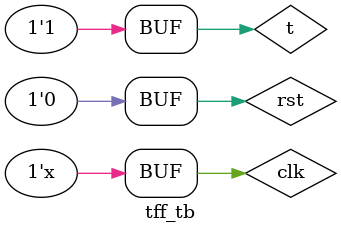
<source format=v>
module tff (
    input wire t,
    input wire clk,
    input wire rst,
    output reg q
);
    always @(posedge clk) begin
        if(rst)
            q <= 0;
        else
            q <= t ? ~q : q;
    end
endmodule

module tff_tb ();
    reg t, clk = 0,rst;
    wire q;
    tff dut(t,clk,rst,q);
    always #5 clk=~clk;

    initial begin
        rst = 1; t=0; #10;
        rst = 1; t=1; #10;
        rst = 0; t=0; #10;
        rst = 0; t=1; #10;
        #10;
    end
endmodule
</source>
